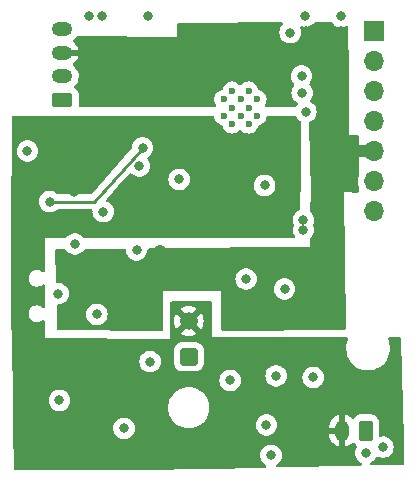
<source format=gbr>
%TF.GenerationSoftware,KiCad,Pcbnew,7.0.10-7.0.10~ubuntu22.04.1*%
%TF.CreationDate,2024-01-30T00:04:26+01:00*%
%TF.ProjectId,MailBox_LP_Notifier,4d61696c-426f-4785-9f4c-505f4e6f7469,rev?*%
%TF.SameCoordinates,Original*%
%TF.FileFunction,Copper,L3,Inr*%
%TF.FilePolarity,Positive*%
%FSLAX46Y46*%
G04 Gerber Fmt 4.6, Leading zero omitted, Abs format (unit mm)*
G04 Created by KiCad (PCBNEW 7.0.10-7.0.10~ubuntu22.04.1) date 2024-01-30 00:04:26*
%MOMM*%
%LPD*%
G01*
G04 APERTURE LIST*
G04 Aperture macros list*
%AMRoundRect*
0 Rectangle with rounded corners*
0 $1 Rounding radius*
0 $2 $3 $4 $5 $6 $7 $8 $9 X,Y pos of 4 corners*
0 Add a 4 corners polygon primitive as box body*
4,1,4,$2,$3,$4,$5,$6,$7,$8,$9,$2,$3,0*
0 Add four circle primitives for the rounded corners*
1,1,$1+$1,$2,$3*
1,1,$1+$1,$4,$5*
1,1,$1+$1,$6,$7*
1,1,$1+$1,$8,$9*
0 Add four rect primitives between the rounded corners*
20,1,$1+$1,$2,$3,$4,$5,0*
20,1,$1+$1,$4,$5,$6,$7,0*
20,1,$1+$1,$6,$7,$8,$9,0*
20,1,$1+$1,$8,$9,$2,$3,0*%
G04 Aperture macros list end*
%TA.AperFunction,HeatsinkPad*%
%ADD10C,0.600000*%
%TD*%
%TA.AperFunction,ComponentPad*%
%ADD11RoundRect,0.250001X0.499999X0.499999X-0.499999X0.499999X-0.499999X-0.499999X0.499999X-0.499999X0*%
%TD*%
%TA.AperFunction,ComponentPad*%
%ADD12C,1.500000*%
%TD*%
%TA.AperFunction,ComponentPad*%
%ADD13R,1.700000X1.700000*%
%TD*%
%TA.AperFunction,ComponentPad*%
%ADD14O,1.700000X1.700000*%
%TD*%
%TA.AperFunction,ComponentPad*%
%ADD15RoundRect,0.250000X0.625000X-0.350000X0.625000X0.350000X-0.625000X0.350000X-0.625000X-0.350000X0*%
%TD*%
%TA.AperFunction,ComponentPad*%
%ADD16O,1.750000X1.200000*%
%TD*%
%TA.AperFunction,ComponentPad*%
%ADD17RoundRect,0.250000X0.350000X0.625000X-0.350000X0.625000X-0.350000X-0.625000X0.350000X-0.625000X0*%
%TD*%
%TA.AperFunction,ComponentPad*%
%ADD18O,1.200000X1.750000*%
%TD*%
%TA.AperFunction,ViaPad*%
%ADD19C,0.800000*%
%TD*%
%TA.AperFunction,Conductor*%
%ADD20C,1.000000*%
%TD*%
%TA.AperFunction,Conductor*%
%ADD21C,0.250000*%
%TD*%
G04 APERTURE END LIST*
D10*
%TO.N,GND*%
%TO.C,U3*%
X137161000Y-71485400D03*
X136436000Y-72185400D03*
X136436000Y-69385400D03*
X137161000Y-70085400D03*
X137836000Y-69385400D03*
X135736000Y-70085400D03*
X137836000Y-70785400D03*
X138536000Y-71485400D03*
X137836000Y-72185400D03*
X135736000Y-71485400D03*
X136436000Y-70785400D03*
X138536000Y-70085400D03*
%TD*%
D11*
%TO.N,Net-(D1-Pad2)*%
%TO.C,SW1*%
X132765800Y-91871800D03*
D12*
%TO.N,VDD*%
X132765800Y-88871800D03*
%TD*%
D13*
%TO.N,DRT*%
%TO.C,J2*%
X148437200Y-64332800D03*
D14*
%TO.N,RTS*%
X148437200Y-66872800D03*
%TO.N,TX*%
X148437200Y-69412800D03*
%TO.N,RX*%
X148437200Y-71952800D03*
%TO.N,+3V3*%
X148437200Y-74492800D03*
%TO.N,unconnected-(J2-Pad6)*%
X148437200Y-77032800D03*
%TO.N,GND*%
X148437200Y-79572800D03*
%TD*%
D15*
%TO.N,SCL*%
%TO.C,J3*%
X122058600Y-70132200D03*
D16*
%TO.N,SDA*%
X122058600Y-68132200D03*
%TO.N,+3V3*%
X122058600Y-66132200D03*
%TO.N,GND*%
X122058600Y-64132200D03*
%TD*%
D17*
%TO.N,GND*%
%TO.C,J1*%
X147761200Y-98129000D03*
D18*
%TO.N,VDD*%
X145761200Y-98129000D03*
%TD*%
D19*
%TO.N,GND*%
X142468600Y-81153000D03*
X129336800Y-63068200D03*
X129489200Y-92303600D03*
X121818400Y-95580200D03*
X123126500Y-82334100D03*
X149199600Y-99542600D03*
X142468600Y-80314800D03*
X124333000Y-63060400D03*
X124981000Y-88302800D03*
X139340102Y-97667300D03*
X139725400Y-100228400D03*
X142646400Y-63042800D03*
X143306800Y-93624400D03*
X140880600Y-86144600D03*
X145643600Y-63068200D03*
X136271000Y-93878400D03*
X119100600Y-74472800D03*
X125433000Y-63060400D03*
X147751800Y-100025200D03*
X140156600Y-93498000D03*
%TO.N,VDD*%
X141325600Y-98221800D03*
X140081000Y-78917800D03*
X133908800Y-78917800D03*
X144373600Y-99542600D03*
X119075200Y-79502000D03*
X145770600Y-99999800D03*
X123012200Y-77901800D03*
X131089400Y-72288400D03*
%TO.N,+3V3*%
X124942600Y-84480400D03*
X122819600Y-88991000D03*
X142671800Y-64338200D03*
X145618200Y-64312800D03*
X130288800Y-82969600D03*
%TO.N,V_SENSE*%
X142671800Y-71120000D03*
%TO.N,~{INT}*%
X120993200Y-78752400D03*
X128854200Y-74193400D03*
%TO.N,MCU_HOLD*%
X128574800Y-75742800D03*
%TO.N,TX*%
X142319988Y-68119012D03*
%TO.N,RX*%
X142367000Y-69545200D03*
%TO.N,IO0*%
X125526800Y-79603600D03*
%TO.N,RST*%
X141351000Y-64439800D03*
X128346200Y-82829400D03*
%TO.N,VCC_SW*%
X121691400Y-86537800D03*
X139192000Y-77368400D03*
%TO.N,C_REED*%
X127279400Y-97942400D03*
%TO.N,WU_BUT*%
X131955079Y-76858487D03*
%TO.N,Net-(Q2-Pad1)*%
X137617878Y-85298033D03*
%TD*%
D20*
%TO.N,+3V3*%
X148437200Y-74492800D02*
X146557200Y-74492800D01*
X146557200Y-74492800D02*
X144600000Y-76450000D01*
X144600000Y-76450000D02*
X144600000Y-82550000D01*
X144600000Y-82550000D02*
X143650000Y-83500000D01*
X143650000Y-83500000D02*
X130819200Y-83500000D01*
X130819200Y-83500000D02*
X130288800Y-82969600D01*
D21*
%TO.N,~{INT}*%
X124777800Y-78752400D02*
X120993200Y-78752400D01*
X128854200Y-74193400D02*
X124777800Y-78752400D01*
%TD*%
%TA.AperFunction,Conductor*%
%TO.N,+3V3*%
G36*
X144871788Y-63574868D02*
G01*
X144899417Y-63600888D01*
X144900141Y-63600237D01*
X145032344Y-63747064D01*
X145071300Y-63775367D01*
X145186848Y-63859318D01*
X145361312Y-63936994D01*
X145548113Y-63976700D01*
X145739087Y-63976700D01*
X145925888Y-63936994D01*
X145925888Y-63936993D01*
X145925892Y-63936993D01*
X146017528Y-63896193D01*
X146100352Y-63859318D01*
X146100354Y-63859316D01*
X146103816Y-63857775D01*
X146174182Y-63848340D01*
X146238480Y-63878446D01*
X146276293Y-63938535D01*
X146281063Y-63972144D01*
X146303999Y-67894074D01*
X146303999Y-67894200D01*
X146304000Y-67894200D01*
X146329400Y-73126600D01*
X147020104Y-73105220D01*
X147088809Y-73123105D01*
X147136939Y-73175297D01*
X147150000Y-73231160D01*
X147150000Y-74028237D01*
X147146144Y-74059168D01*
X147100655Y-74238799D01*
X147100656Y-74238800D01*
X147150000Y-74238800D01*
X147150000Y-74746800D01*
X147100656Y-74746800D01*
X147146145Y-74926434D01*
X147150000Y-74957365D01*
X147150000Y-76566202D01*
X147146144Y-76597133D01*
X147092637Y-76808424D01*
X147092636Y-76808430D01*
X147092636Y-76808432D01*
X147074044Y-77032800D01*
X147090388Y-77230043D01*
X147092637Y-77257175D01*
X147146144Y-77468468D01*
X147150000Y-77499399D01*
X147150000Y-77871960D01*
X147129998Y-77940081D01*
X147076342Y-77986574D01*
X147018678Y-77997848D01*
X146256619Y-77965630D01*
X145948400Y-77952600D01*
X145948399Y-77952600D01*
X146048900Y-89459922D01*
X146029494Y-89528214D01*
X145976246Y-89575174D01*
X145924122Y-89587016D01*
X135660656Y-89686180D01*
X135592346Y-89666837D01*
X135545336Y-89613633D01*
X135533443Y-89561140D01*
X135533097Y-89515486D01*
X135509000Y-86334600D01*
X130606800Y-86334600D01*
X130606800Y-89560684D01*
X130586798Y-89628805D01*
X130533142Y-89675298D01*
X130480086Y-89686682D01*
X121761778Y-89637286D01*
X121693772Y-89616898D01*
X121647584Y-89562980D01*
X121636563Y-89515490D01*
X121596139Y-88302800D01*
X124067496Y-88302800D01*
X124087457Y-88492727D01*
X124117526Y-88585270D01*
X124146473Y-88674356D01*
X124146476Y-88674361D01*
X124241958Y-88839741D01*
X124241965Y-88839751D01*
X124369744Y-88981664D01*
X124369747Y-88981666D01*
X124524248Y-89093918D01*
X124698712Y-89171594D01*
X124885513Y-89211300D01*
X125076487Y-89211300D01*
X125263288Y-89171594D01*
X125437752Y-89093918D01*
X125592253Y-88981666D01*
X125720040Y-88839744D01*
X125815527Y-88674356D01*
X125874542Y-88492728D01*
X125894504Y-88302800D01*
X125874542Y-88112872D01*
X125815527Y-87931244D01*
X125720040Y-87765856D01*
X125720038Y-87765854D01*
X125720034Y-87765848D01*
X125592255Y-87623935D01*
X125437752Y-87511682D01*
X125263288Y-87434006D01*
X125076487Y-87394300D01*
X124885513Y-87394300D01*
X124698711Y-87434006D01*
X124524247Y-87511682D01*
X124369744Y-87623935D01*
X124241965Y-87765848D01*
X124241958Y-87765858D01*
X124146476Y-87931238D01*
X124146473Y-87931245D01*
X124087457Y-88112872D01*
X124067496Y-88302800D01*
X121596139Y-88302800D01*
X121571929Y-87576494D01*
X121589650Y-87507748D01*
X121641727Y-87459494D01*
X121697859Y-87446300D01*
X121786887Y-87446300D01*
X121973688Y-87406594D01*
X122148152Y-87328918D01*
X122302653Y-87216666D01*
X122430440Y-87074744D01*
X122525927Y-86909356D01*
X122584942Y-86727728D01*
X122604904Y-86537800D01*
X122584942Y-86347872D01*
X122525927Y-86166244D01*
X122430440Y-86000856D01*
X122430438Y-86000854D01*
X122430434Y-86000848D01*
X122302655Y-85858935D01*
X122148152Y-85746682D01*
X121973688Y-85669006D01*
X121786887Y-85629300D01*
X121628893Y-85629300D01*
X121560772Y-85609298D01*
X121514279Y-85555642D01*
X121502963Y-85507498D01*
X121495981Y-85298033D01*
X136704374Y-85298033D01*
X136724335Y-85487960D01*
X136746327Y-85555642D01*
X136783351Y-85669589D01*
X136783354Y-85669594D01*
X136878836Y-85834974D01*
X136878843Y-85834984D01*
X137006622Y-85976897D01*
X137067877Y-86021401D01*
X137161126Y-86089151D01*
X137335590Y-86166827D01*
X137522391Y-86206533D01*
X137713365Y-86206533D01*
X137900166Y-86166827D01*
X137950089Y-86144600D01*
X139967096Y-86144600D01*
X139987057Y-86334527D01*
X140017126Y-86427070D01*
X140046073Y-86516156D01*
X140046076Y-86516161D01*
X140141558Y-86681541D01*
X140141565Y-86681551D01*
X140269344Y-86823464D01*
X140269347Y-86823466D01*
X140423848Y-86935718D01*
X140598312Y-87013394D01*
X140785113Y-87053100D01*
X140976087Y-87053100D01*
X141162888Y-87013394D01*
X141337352Y-86935718D01*
X141491853Y-86823466D01*
X141619640Y-86681544D01*
X141715127Y-86516156D01*
X141774142Y-86334528D01*
X141794104Y-86144600D01*
X141774142Y-85954672D01*
X141715127Y-85773044D01*
X141619640Y-85607656D01*
X141619638Y-85607654D01*
X141619634Y-85607648D01*
X141491855Y-85465735D01*
X141337352Y-85353482D01*
X141162888Y-85275806D01*
X140976087Y-85236100D01*
X140785113Y-85236100D01*
X140598311Y-85275806D01*
X140423847Y-85353482D01*
X140269344Y-85465735D01*
X140141565Y-85607648D01*
X140141558Y-85607658D01*
X140046076Y-85773038D01*
X140046073Y-85773045D01*
X139987057Y-85954672D01*
X139967096Y-86144600D01*
X137950089Y-86144600D01*
X138074630Y-86089151D01*
X138229131Y-85976899D01*
X138249144Y-85954672D01*
X138356912Y-85834984D01*
X138356913Y-85834982D01*
X138356918Y-85834977D01*
X138452405Y-85669589D01*
X138511420Y-85487961D01*
X138531382Y-85298033D01*
X138511420Y-85108105D01*
X138452405Y-84926477D01*
X138356918Y-84761089D01*
X138356916Y-84761087D01*
X138356912Y-84761081D01*
X138229133Y-84619168D01*
X138074630Y-84506915D01*
X137900166Y-84429239D01*
X137713365Y-84389533D01*
X137522391Y-84389533D01*
X137335589Y-84429239D01*
X137161125Y-84506915D01*
X137006622Y-84619168D01*
X136878843Y-84761081D01*
X136878836Y-84761091D01*
X136783354Y-84926471D01*
X136783351Y-84926478D01*
X136724335Y-85108105D01*
X136704374Y-85298033D01*
X121495981Y-85298033D01*
X121495240Y-85275806D01*
X121416280Y-82907011D01*
X121434001Y-82838263D01*
X121486078Y-82790009D01*
X121540467Y-82776828D01*
X122252900Y-82767001D01*
X122321289Y-82786062D01*
X122363755Y-82829987D01*
X122387458Y-82871041D01*
X122387465Y-82871051D01*
X122515244Y-83012964D01*
X122576499Y-83057468D01*
X122669748Y-83125218D01*
X122844212Y-83202894D01*
X123031013Y-83242600D01*
X123221987Y-83242600D01*
X123408788Y-83202894D01*
X123583252Y-83125218D01*
X123737753Y-83012966D01*
X123737755Y-83012964D01*
X123865536Y-82871049D01*
X123865537Y-82871047D01*
X123865540Y-82871044D01*
X123903242Y-82805741D01*
X123954621Y-82756752D01*
X124010616Y-82742757D01*
X125094361Y-82727808D01*
X125095622Y-82727799D01*
X127308081Y-82724790D01*
X127376227Y-82744700D01*
X127422792Y-82798292D01*
X127433560Y-82837620D01*
X127452657Y-83019327D01*
X127482726Y-83111870D01*
X127511673Y-83200956D01*
X127511676Y-83200961D01*
X127607158Y-83366341D01*
X127607165Y-83366351D01*
X127734944Y-83508264D01*
X127734947Y-83508266D01*
X127889448Y-83620518D01*
X128063912Y-83698194D01*
X128250713Y-83737900D01*
X128441687Y-83737900D01*
X128628488Y-83698194D01*
X128802952Y-83620518D01*
X128957453Y-83508266D01*
X129085240Y-83366344D01*
X129180727Y-83200956D01*
X129239742Y-83019328D01*
X129259704Y-82829400D01*
X129259703Y-82829396D01*
X129260209Y-82824589D01*
X129287222Y-82758932D01*
X129345443Y-82718302D01*
X129384450Y-82711764D01*
X143003895Y-82596929D01*
X143018440Y-81937922D01*
X143039939Y-81870264D01*
X143070345Y-81838773D01*
X143079853Y-81831866D01*
X143079858Y-81831860D01*
X143079860Y-81831859D01*
X143207634Y-81689951D01*
X143207635Y-81689949D01*
X143207640Y-81689944D01*
X143303127Y-81524556D01*
X143362142Y-81342928D01*
X143382104Y-81153000D01*
X143362142Y-80963072D01*
X143303127Y-80781444D01*
X143303125Y-80781442D01*
X143301086Y-80775164D01*
X143303338Y-80774432D01*
X143295342Y-80714780D01*
X143301777Y-80692860D01*
X143301086Y-80692636D01*
X143339080Y-80575706D01*
X143362142Y-80504728D01*
X143382104Y-80314800D01*
X143362142Y-80124872D01*
X143303127Y-79943244D01*
X143207640Y-79777856D01*
X143102937Y-79661571D01*
X143072220Y-79597563D01*
X143070605Y-79574481D01*
X143103600Y-78079600D01*
X142958084Y-72071903D01*
X142976431Y-72003322D01*
X143028945Y-71955543D01*
X143032760Y-71953766D01*
X143128552Y-71911118D01*
X143283053Y-71798866D01*
X143346472Y-71728432D01*
X143410834Y-71656951D01*
X143410835Y-71656949D01*
X143410840Y-71656944D01*
X143506327Y-71491556D01*
X143565342Y-71309928D01*
X143585304Y-71120000D01*
X143565342Y-70930072D01*
X143506327Y-70748444D01*
X143410840Y-70583056D01*
X143410837Y-70583053D01*
X143410834Y-70583048D01*
X143283055Y-70441135D01*
X143212014Y-70389521D01*
X143128552Y-70328882D01*
X143128550Y-70328881D01*
X143128549Y-70328880D01*
X143112323Y-70321656D01*
X143058228Y-70275676D01*
X143037579Y-70207749D01*
X143056932Y-70139441D01*
X143069931Y-70122246D01*
X143106040Y-70082144D01*
X143201527Y-69916756D01*
X143260542Y-69735128D01*
X143280504Y-69545200D01*
X143260542Y-69355272D01*
X143201527Y-69173644D01*
X143106040Y-69008256D01*
X143106038Y-69008254D01*
X143106034Y-69008248D01*
X142999841Y-68890309D01*
X142969123Y-68826302D01*
X142977888Y-68755848D01*
X142999837Y-68721693D01*
X143059028Y-68655956D01*
X143154515Y-68490568D01*
X143213530Y-68308940D01*
X143233492Y-68119012D01*
X143213530Y-67929084D01*
X143154515Y-67747456D01*
X143059028Y-67582068D01*
X143059026Y-67582066D01*
X143059022Y-67582060D01*
X142931243Y-67440147D01*
X142776740Y-67327894D01*
X142602276Y-67250218D01*
X142415475Y-67210512D01*
X142224501Y-67210512D01*
X142037699Y-67250218D01*
X141863235Y-67327894D01*
X141708732Y-67440147D01*
X141580953Y-67582060D01*
X141580946Y-67582070D01*
X141485464Y-67747450D01*
X141485461Y-67747456D01*
X141470987Y-67791998D01*
X141426445Y-67929084D01*
X141406484Y-68119012D01*
X141426445Y-68308939D01*
X141454320Y-68394727D01*
X141485461Y-68490568D01*
X141513829Y-68539703D01*
X141580946Y-68655953D01*
X141580953Y-68655963D01*
X141687146Y-68773902D01*
X141717864Y-68837909D01*
X141709099Y-68908363D01*
X141687147Y-68942522D01*
X141627961Y-69008254D01*
X141627958Y-69008258D01*
X141545451Y-69151165D01*
X141532473Y-69173644D01*
X141518163Y-69217685D01*
X141473457Y-69355272D01*
X141453496Y-69545200D01*
X141473457Y-69735127D01*
X141503526Y-69827670D01*
X141532473Y-69916756D01*
X141532476Y-69916761D01*
X141627958Y-70082141D01*
X141627965Y-70082151D01*
X141755744Y-70224064D01*
X141755747Y-70224066D01*
X141910248Y-70336318D01*
X141910251Y-70336319D01*
X141910252Y-70336320D01*
X141926473Y-70343542D01*
X141980570Y-70389521D01*
X142001220Y-70457448D01*
X141981869Y-70525756D01*
X141968863Y-70542959D01*
X141932762Y-70583053D01*
X141932758Y-70583058D01*
X141884585Y-70666494D01*
X141833201Y-70715486D01*
X141773741Y-70729480D01*
X140614405Y-70713600D01*
X140614401Y-70713600D01*
X140614400Y-70713600D01*
X140296472Y-70714819D01*
X139321478Y-70718560D01*
X139253281Y-70698819D01*
X139206583Y-70645343D01*
X139196210Y-70575108D01*
X139214307Y-70525526D01*
X139269043Y-70438415D01*
X139329217Y-70266447D01*
X139349616Y-70085400D01*
X139329217Y-69904353D01*
X139269043Y-69732385D01*
X139269041Y-69732382D01*
X139269041Y-69732381D01*
X139172112Y-69578120D01*
X139172111Y-69578118D01*
X139043281Y-69449288D01*
X139043279Y-69449287D01*
X138889018Y-69352358D01*
X138889015Y-69352357D01*
X138717047Y-69292183D01*
X138717046Y-69292182D01*
X138710368Y-69289846D01*
X138711325Y-69287109D01*
X138660741Y-69258798D01*
X138634181Y-69210113D01*
X138631555Y-69211033D01*
X138580596Y-69065403D01*
X138569043Y-69032385D01*
X138569041Y-69032382D01*
X138569041Y-69032381D01*
X138472112Y-68878120D01*
X138472111Y-68878118D01*
X138343281Y-68749288D01*
X138343279Y-68749287D01*
X138189018Y-68652358D01*
X138189015Y-68652357D01*
X138017050Y-68592184D01*
X138017049Y-68592183D01*
X138017047Y-68592183D01*
X137836000Y-68571784D01*
X137654953Y-68592183D01*
X137654950Y-68592183D01*
X137654949Y-68592184D01*
X137482984Y-68652357D01*
X137482981Y-68652358D01*
X137328720Y-68749287D01*
X137328718Y-68749288D01*
X137225095Y-68852912D01*
X137162783Y-68886938D01*
X137091968Y-68881873D01*
X137046905Y-68852912D01*
X136943281Y-68749288D01*
X136943279Y-68749287D01*
X136789018Y-68652358D01*
X136789015Y-68652357D01*
X136617050Y-68592184D01*
X136617049Y-68592183D01*
X136617047Y-68592183D01*
X136436000Y-68571784D01*
X136254953Y-68592183D01*
X136254950Y-68592183D01*
X136254949Y-68592184D01*
X136082984Y-68652357D01*
X136082981Y-68652358D01*
X135928720Y-68749287D01*
X135928718Y-68749288D01*
X135799888Y-68878118D01*
X135799887Y-68878120D01*
X135702958Y-69032381D01*
X135702957Y-69032384D01*
X135640446Y-69211032D01*
X135637709Y-69210074D01*
X135609398Y-69260659D01*
X135560719Y-69287239D01*
X135561632Y-69289846D01*
X135382984Y-69352357D01*
X135382981Y-69352358D01*
X135228720Y-69449287D01*
X135228718Y-69449288D01*
X135099888Y-69578118D01*
X135099887Y-69578120D01*
X135002958Y-69732381D01*
X135002957Y-69732384D01*
X134959907Y-69855416D01*
X134942783Y-69904353D01*
X134922384Y-70085400D01*
X134942783Y-70266447D01*
X134942783Y-70266449D01*
X134942784Y-70266450D01*
X135002957Y-70438415D01*
X135002958Y-70438417D01*
X135068199Y-70542248D01*
X135087505Y-70610569D01*
X135066810Y-70678482D01*
X135012683Y-70724426D01*
X134961995Y-70735283D01*
X123556948Y-70779036D01*
X123488751Y-70759295D01*
X123442053Y-70705819D01*
X123431118Y-70640229D01*
X123431485Y-70636629D01*
X123431487Y-70636626D01*
X123442100Y-70532745D01*
X123442099Y-69731656D01*
X123431487Y-69627774D01*
X123375715Y-69459462D01*
X123282630Y-69308548D01*
X123282629Y-69308547D01*
X123282624Y-69308541D01*
X123157258Y-69183175D01*
X123157249Y-69183168D01*
X123138375Y-69171527D01*
X123105249Y-69151094D01*
X123057771Y-69098310D01*
X123046368Y-69028235D01*
X123074660Y-68963119D01*
X123093511Y-68944809D01*
X123102035Y-68938106D01*
X123220106Y-68801844D01*
X123240665Y-68778118D01*
X123346513Y-68594782D01*
X123415753Y-68394727D01*
X123445881Y-68185184D01*
X123437726Y-68013989D01*
X123435809Y-67973736D01*
X123435808Y-67973731D01*
X123435808Y-67973726D01*
X123385898Y-67767996D01*
X123297956Y-67575429D01*
X123297953Y-67575425D01*
X123297951Y-67575421D01*
X123175164Y-67402991D01*
X123175155Y-67402981D01*
X123143732Y-67373019D01*
X123021946Y-67256897D01*
X123021943Y-67256895D01*
X123021940Y-67256892D01*
X122991350Y-67237233D01*
X122944857Y-67183577D01*
X122934754Y-67113303D01*
X122964247Y-67048723D01*
X122981584Y-67032193D01*
X123101681Y-66937748D01*
X123101691Y-66937739D01*
X123240256Y-66777825D01*
X123240257Y-66777824D01*
X123346054Y-66594577D01*
X123346058Y-66594568D01*
X123415262Y-66394615D01*
X123415264Y-66394609D01*
X123416473Y-66386200D01*
X122334478Y-66386200D01*
X122376878Y-66340141D01*
X122427151Y-66225530D01*
X122437486Y-66100805D01*
X122406763Y-65979481D01*
X122340592Y-65878200D01*
X123412119Y-65878200D01*
X123412119Y-65878199D01*
X123385424Y-65768161D01*
X123385422Y-65768154D01*
X123297522Y-65575684D01*
X123297520Y-65575680D01*
X123174778Y-65403312D01*
X123174777Y-65403311D01*
X123021635Y-65257290D01*
X123021634Y-65257289D01*
X122991381Y-65237847D01*
X122944888Y-65184192D01*
X122934783Y-65113918D01*
X122964276Y-65049337D01*
X122981610Y-65032808D01*
X123102032Y-64938108D01*
X123240665Y-64778118D01*
X123240672Y-64778105D01*
X123244149Y-64773225D01*
X123245730Y-64774351D01*
X123290669Y-64731486D01*
X123349485Y-64717474D01*
X131747193Y-64788451D01*
X131793091Y-64788839D01*
X131793091Y-64788838D01*
X131793092Y-64788839D01*
X131799811Y-63726317D01*
X131820243Y-63658325D01*
X131874191Y-63612173D01*
X131925317Y-63601116D01*
X135517628Y-63587192D01*
X138353662Y-63576201D01*
X139136326Y-63571453D01*
X139136326Y-63571465D01*
X139136698Y-63571451D01*
X140630883Y-63567131D01*
X140699061Y-63586936D01*
X140745709Y-63640457D01*
X140756016Y-63710701D01*
X140726710Y-63775367D01*
X140724884Y-63777440D01*
X140611961Y-63902854D01*
X140611958Y-63902858D01*
X140516476Y-64068238D01*
X140516473Y-64068245D01*
X140457457Y-64249872D01*
X140437496Y-64439800D01*
X140457457Y-64629727D01*
X140476707Y-64688971D01*
X140516473Y-64811356D01*
X140516476Y-64811361D01*
X140611958Y-64976741D01*
X140611965Y-64976751D01*
X140739744Y-65118664D01*
X140800999Y-65163168D01*
X140894248Y-65230918D01*
X141068712Y-65308594D01*
X141255513Y-65348300D01*
X141446487Y-65348300D01*
X141633288Y-65308594D01*
X141807752Y-65230918D01*
X141962253Y-65118666D01*
X142090040Y-64976744D01*
X142185527Y-64811356D01*
X142244542Y-64629728D01*
X142264504Y-64439800D01*
X142244542Y-64249872D01*
X142185527Y-64068244D01*
X142185525Y-64068242D01*
X142183486Y-64061964D01*
X142186227Y-64061073D01*
X142178451Y-64003238D01*
X142208533Y-63938930D01*
X142268607Y-63901093D01*
X142339601Y-63901742D01*
X142354249Y-63907203D01*
X142364109Y-63911593D01*
X142364110Y-63911593D01*
X142364112Y-63911594D01*
X142550913Y-63951300D01*
X142741887Y-63951300D01*
X142928688Y-63911594D01*
X143103152Y-63833918D01*
X143257653Y-63721666D01*
X143366627Y-63600637D01*
X143427071Y-63563399D01*
X143459892Y-63558950D01*
X144803613Y-63555065D01*
X144871788Y-63574868D01*
G37*
%TD.AperFunction*%
%TD*%
%TA.AperFunction,Conductor*%
%TO.N,VDD*%
G36*
X134812009Y-71503319D02*
G01*
X134880093Y-71523429D01*
X134926499Y-71577160D01*
X134937009Y-71615208D01*
X134942783Y-71666447D01*
X134942783Y-71666449D01*
X134942784Y-71666450D01*
X135002957Y-71838415D01*
X135002958Y-71838418D01*
X135099887Y-71992679D01*
X135099888Y-71992681D01*
X135228718Y-72121511D01*
X135228720Y-72121512D01*
X135382981Y-72218441D01*
X135382982Y-72218441D01*
X135382985Y-72218443D01*
X135474241Y-72250374D01*
X135561633Y-72280955D01*
X135560669Y-72283707D01*
X135611191Y-72311932D01*
X135637834Y-72360681D01*
X135640446Y-72359768D01*
X135702957Y-72538415D01*
X135702958Y-72538418D01*
X135799887Y-72692679D01*
X135799888Y-72692681D01*
X135928718Y-72821511D01*
X135928720Y-72821512D01*
X136082981Y-72918441D01*
X136082982Y-72918441D01*
X136082985Y-72918443D01*
X136254953Y-72978617D01*
X136436000Y-72999016D01*
X136617047Y-72978617D01*
X136789015Y-72918443D01*
X136943281Y-72821511D01*
X136974724Y-72790068D01*
X137046905Y-72717888D01*
X137109217Y-72683862D01*
X137180032Y-72688927D01*
X137225095Y-72717888D01*
X137328718Y-72821511D01*
X137328720Y-72821512D01*
X137482981Y-72918441D01*
X137482982Y-72918441D01*
X137482985Y-72918443D01*
X137654953Y-72978617D01*
X137836000Y-72999016D01*
X138017047Y-72978617D01*
X138189015Y-72918443D01*
X138343281Y-72821511D01*
X138472111Y-72692681D01*
X138569043Y-72538415D01*
X138607990Y-72427108D01*
X138631555Y-72359767D01*
X138634307Y-72360730D01*
X138662532Y-72310209D01*
X138711287Y-72283586D01*
X138710367Y-72280955D01*
X138777708Y-72257390D01*
X138889015Y-72218443D01*
X139043281Y-72121511D01*
X139172111Y-71992681D01*
X139269043Y-71838415D01*
X139329217Y-71666447D01*
X139334150Y-71622664D01*
X139361653Y-71557211D01*
X139420176Y-71517018D01*
X139459550Y-71510772D01*
X141777973Y-71514490D01*
X141846058Y-71534600D01*
X141886885Y-71577487D01*
X141932760Y-71656944D01*
X141932762Y-71656947D01*
X141932765Y-71656951D01*
X142060544Y-71798864D01*
X142060547Y-71798866D01*
X142215048Y-71911118D01*
X142215428Y-71911287D01*
X142215612Y-71911444D01*
X142220769Y-71914421D01*
X142220224Y-71915363D01*
X142269525Y-71957263D01*
X142290179Y-72025189D01*
X142290181Y-72027354D01*
X142245833Y-77859190D01*
X142225314Y-77927157D01*
X142214328Y-77936530D01*
X142223546Y-79346777D01*
X142203990Y-79415028D01*
X142150639Y-79461870D01*
X142148798Y-79462708D01*
X142011847Y-79523682D01*
X141857344Y-79635935D01*
X141729565Y-79777848D01*
X141729558Y-79777858D01*
X141634076Y-79943238D01*
X141634073Y-79943244D01*
X141619599Y-79987786D01*
X141575057Y-80124872D01*
X141555096Y-80314800D01*
X141575057Y-80504728D01*
X141636113Y-80692636D01*
X141633863Y-80693366D01*
X141641854Y-80753040D01*
X141635423Y-80774939D01*
X141636113Y-80775164D01*
X141575057Y-80963071D01*
X141555096Y-81153000D01*
X141575057Y-81342927D01*
X141601920Y-81425600D01*
X141634073Y-81524556D01*
X141634076Y-81524561D01*
X141720195Y-81673724D01*
X141736933Y-81742719D01*
X141713713Y-81809811D01*
X141657905Y-81853698D01*
X141610781Y-81862724D01*
X123943082Y-81821299D01*
X123875008Y-81801137D01*
X123849742Y-81779611D01*
X123737753Y-81655234D01*
X123583252Y-81542982D01*
X123408788Y-81465306D01*
X123221987Y-81425600D01*
X123031013Y-81425600D01*
X122844211Y-81465306D01*
X122669747Y-81542982D01*
X122515246Y-81655234D01*
X122406700Y-81775787D01*
X122346254Y-81813026D01*
X122312769Y-81817476D01*
X120573800Y-81813400D01*
X120573800Y-84610705D01*
X120553798Y-84678826D01*
X120500142Y-84725319D01*
X120429868Y-84735423D01*
X120376224Y-84714401D01*
X120233929Y-84616181D01*
X120233925Y-84616179D01*
X120074870Y-84555859D01*
X119948378Y-84540500D01*
X119948372Y-84540500D01*
X119863628Y-84540500D01*
X119863621Y-84540500D01*
X119737129Y-84555859D01*
X119578074Y-84616179D01*
X119578070Y-84616181D01*
X119438071Y-84712816D01*
X119438069Y-84712818D01*
X119325270Y-84840142D01*
X119325265Y-84840148D01*
X119246210Y-84990774D01*
X119246208Y-84990778D01*
X119205500Y-85155940D01*
X119205500Y-85326059D01*
X119246208Y-85491221D01*
X119246210Y-85491225D01*
X119325265Y-85641851D01*
X119325270Y-85641857D01*
X119438069Y-85769181D01*
X119438071Y-85769183D01*
X119578070Y-85865818D01*
X119578074Y-85865820D01*
X119667172Y-85899609D01*
X119737128Y-85926140D01*
X119863628Y-85941500D01*
X119863632Y-85941500D01*
X119948368Y-85941500D01*
X119948372Y-85941500D01*
X120074872Y-85926140D01*
X120233930Y-85865818D01*
X120373929Y-85769183D01*
X120373932Y-85769179D01*
X120376223Y-85767598D01*
X120443648Y-85745362D01*
X120512391Y-85763109D01*
X120560627Y-85815203D01*
X120573800Y-85871294D01*
X120573800Y-87610705D01*
X120553798Y-87678826D01*
X120500142Y-87725319D01*
X120429868Y-87735423D01*
X120376224Y-87714401D01*
X120233929Y-87616181D01*
X120233925Y-87616179D01*
X120074870Y-87555859D01*
X119948378Y-87540500D01*
X119948372Y-87540500D01*
X119863628Y-87540500D01*
X119863621Y-87540500D01*
X119737129Y-87555859D01*
X119578074Y-87616179D01*
X119578070Y-87616181D01*
X119438071Y-87712816D01*
X119438069Y-87712818D01*
X119325270Y-87840142D01*
X119325265Y-87840148D01*
X119246210Y-87990774D01*
X119246208Y-87990778D01*
X119205500Y-88155940D01*
X119205500Y-88326059D01*
X119246208Y-88491221D01*
X119246210Y-88491225D01*
X119325265Y-88641851D01*
X119325270Y-88641857D01*
X119438069Y-88769181D01*
X119438071Y-88769183D01*
X119578070Y-88865818D01*
X119578074Y-88865820D01*
X119667172Y-88899609D01*
X119737128Y-88926140D01*
X119863628Y-88941500D01*
X119863632Y-88941500D01*
X119948368Y-88941500D01*
X119948372Y-88941500D01*
X120074872Y-88926140D01*
X120233930Y-88865818D01*
X120373929Y-88769183D01*
X120373932Y-88769179D01*
X120376223Y-88767598D01*
X120443648Y-88745362D01*
X120512391Y-88763109D01*
X120560627Y-88815203D01*
X120573800Y-88871294D01*
X120573800Y-90297000D01*
X131115759Y-90397639D01*
X131216399Y-90398600D01*
X131216398Y-90398599D01*
X131216400Y-90398600D01*
X131204282Y-88871800D01*
X131502995Y-88871800D01*
X131522180Y-89091087D01*
X131579150Y-89303703D01*
X131579152Y-89303707D01*
X131672179Y-89503203D01*
X131714600Y-89563787D01*
X132273382Y-89005006D01*
X132297118Y-89085840D01*
X132376405Y-89209213D01*
X132487238Y-89305251D01*
X132620639Y-89366173D01*
X132629379Y-89367429D01*
X132073811Y-89922997D01*
X132073811Y-89922998D01*
X132134397Y-89965421D01*
X132333892Y-90058447D01*
X132333896Y-90058449D01*
X132546512Y-90115419D01*
X132765800Y-90134604D01*
X132985087Y-90115419D01*
X133197703Y-90058449D01*
X133197707Y-90058447D01*
X133397199Y-89965422D01*
X133457787Y-89922997D01*
X133457787Y-89922996D01*
X132902220Y-89367429D01*
X132910961Y-89366173D01*
X133044362Y-89305251D01*
X133155195Y-89209213D01*
X133234482Y-89085840D01*
X133258216Y-89005007D01*
X133816996Y-89563787D01*
X133816997Y-89563787D01*
X133859422Y-89503199D01*
X133952447Y-89303707D01*
X133952449Y-89303703D01*
X134009419Y-89091087D01*
X134028604Y-88871800D01*
X134009419Y-88652512D01*
X133952449Y-88439896D01*
X133952447Y-88439892D01*
X133859419Y-88240394D01*
X133816999Y-88179811D01*
X133816997Y-88179811D01*
X133258216Y-88738591D01*
X133234482Y-88657760D01*
X133155195Y-88534387D01*
X133044362Y-88438349D01*
X132910961Y-88377427D01*
X132902219Y-88376170D01*
X133457787Y-87820600D01*
X133397203Y-87778179D01*
X133197707Y-87685152D01*
X133197703Y-87685150D01*
X132985087Y-87628180D01*
X132765800Y-87608995D01*
X132546512Y-87628180D01*
X132333896Y-87685150D01*
X132333892Y-87685152D01*
X132134398Y-87778178D01*
X132073810Y-87820601D01*
X132629379Y-88376170D01*
X132620639Y-88377427D01*
X132487238Y-88438349D01*
X132376405Y-88534387D01*
X132297118Y-88657760D01*
X132273383Y-88738592D01*
X131714601Y-88179810D01*
X131672178Y-88240398D01*
X131579152Y-88439892D01*
X131579150Y-88439896D01*
X131522180Y-88652512D01*
X131502995Y-88871800D01*
X131204282Y-88871800D01*
X131191993Y-87323395D01*
X131211454Y-87255121D01*
X131264739Y-87208203D01*
X131316186Y-87196411D01*
X134619202Y-87149225D01*
X134687600Y-87168252D01*
X134734854Y-87221238D01*
X134747000Y-87275212D01*
X134747000Y-90220800D01*
X146154929Y-90238907D01*
X146223012Y-90259016D01*
X146269420Y-90312746D01*
X146279412Y-90383036D01*
X146266782Y-90422516D01*
X146247341Y-90460330D01*
X146159883Y-90716689D01*
X146159880Y-90716702D01*
X146110681Y-90983058D01*
X146110680Y-90983069D01*
X146100788Y-91253765D01*
X146130412Y-91523014D01*
X146198928Y-91785090D01*
X146304869Y-92034389D01*
X146304870Y-92034390D01*
X146445982Y-92265610D01*
X146619255Y-92473820D01*
X146619257Y-92473822D01*
X146619259Y-92473824D01*
X146724236Y-92567883D01*
X146820998Y-92654582D01*
X147046910Y-92804044D01*
X147292176Y-92919020D01*
X147551569Y-92997060D01*
X147551572Y-92997060D01*
X147551574Y-92997061D01*
X147819557Y-93036500D01*
X147819561Y-93036500D01*
X148022631Y-93036500D01*
X148225156Y-93021677D01*
X148225160Y-93021676D01*
X148225161Y-93021676D01*
X148335665Y-92997060D01*
X148489553Y-92962780D01*
X148742558Y-92866014D01*
X148978777Y-92733441D01*
X149193177Y-92567888D01*
X149381186Y-92372881D01*
X149538799Y-92152579D01*
X149558803Y-92113672D01*
X149662656Y-91911675D01*
X149662657Y-91911672D01*
X149750116Y-91655310D01*
X149750118Y-91655305D01*
X149799319Y-91388933D01*
X149809212Y-91118235D01*
X149784996Y-90898148D01*
X149779587Y-90848985D01*
X149759662Y-90772770D01*
X149711072Y-90586912D01*
X149711070Y-90586908D01*
X149711069Y-90586903D01*
X149640101Y-90419902D01*
X149631867Y-90349385D01*
X149663065Y-90285610D01*
X149723789Y-90248827D01*
X149756254Y-90244624D01*
X150626422Y-90246005D01*
X150694510Y-90266115D01*
X150740918Y-90319845D01*
X150752179Y-90368737D01*
X150975686Y-98983991D01*
X150975728Y-98987190D01*
X150976779Y-100893386D01*
X150956814Y-100961517D01*
X150903184Y-101008040D01*
X150853391Y-101019428D01*
X148225284Y-101073928D01*
X148156764Y-101055343D01*
X148109168Y-101002662D01*
X148097610Y-100932613D01*
X148125757Y-100867435D01*
X148171422Y-100832848D01*
X148208552Y-100816318D01*
X148363053Y-100704066D01*
X148363055Y-100704064D01*
X148490834Y-100562151D01*
X148490835Y-100562149D01*
X148490840Y-100562144D01*
X148586327Y-100396756D01*
X148586328Y-100396754D01*
X148589629Y-100391037D01*
X148591855Y-100392322D01*
X148630364Y-100347006D01*
X148698289Y-100326349D01*
X148750748Y-100337235D01*
X148917312Y-100411394D01*
X149104113Y-100451100D01*
X149295087Y-100451100D01*
X149481888Y-100411394D01*
X149656352Y-100333718D01*
X149810853Y-100221466D01*
X149938640Y-100079544D01*
X150034127Y-99914156D01*
X150093142Y-99732528D01*
X150113104Y-99542600D01*
X150093142Y-99352672D01*
X150034127Y-99171044D01*
X149938640Y-99005656D01*
X149938638Y-99005654D01*
X149938634Y-99005648D01*
X149810855Y-98863735D01*
X149656352Y-98751482D01*
X149481888Y-98673806D01*
X149295087Y-98634100D01*
X149104113Y-98634100D01*
X149104111Y-98634100D01*
X149021895Y-98651575D01*
X148951104Y-98646172D01*
X148894472Y-98603355D01*
X148869979Y-98536718D01*
X148869699Y-98528328D01*
X148869699Y-97453455D01*
X148859087Y-97349574D01*
X148841248Y-97295738D01*
X148803315Y-97181262D01*
X148710230Y-97030348D01*
X148710228Y-97030346D01*
X148710224Y-97030341D01*
X148584858Y-96904975D01*
X148584852Y-96904970D01*
X148482024Y-96841545D01*
X148433938Y-96811885D01*
X148314579Y-96772334D01*
X148265627Y-96756113D01*
X148265620Y-96756112D01*
X148161753Y-96745500D01*
X147360655Y-96745500D01*
X147256774Y-96756112D01*
X147088461Y-96811885D01*
X146937547Y-96904970D01*
X146937541Y-96904975D01*
X146812175Y-97030341D01*
X146812171Y-97030346D01*
X146779814Y-97082804D01*
X146727027Y-97130281D01*
X146656952Y-97141683D01*
X146591837Y-97113389D01*
X146573531Y-97094542D01*
X146566747Y-97085915D01*
X146406825Y-96947343D01*
X146406824Y-96947342D01*
X146223577Y-96841545D01*
X146223568Y-96841541D01*
X146023613Y-96772336D01*
X146023605Y-96772334D01*
X146015200Y-96771124D01*
X146015200Y-97851496D01*
X145942148Y-97794637D01*
X145823776Y-97754000D01*
X145730127Y-97754000D01*
X145637754Y-97769414D01*
X145527686Y-97828981D01*
X145507200Y-97851234D01*
X145507200Y-96775479D01*
X145397161Y-96802175D01*
X145397152Y-96802178D01*
X145204684Y-96890077D01*
X145204680Y-96890079D01*
X145032312Y-97012821D01*
X145032311Y-97012822D01*
X144886290Y-97165964D01*
X144886289Y-97165965D01*
X144771891Y-97343975D01*
X144771888Y-97343980D01*
X144693247Y-97540414D01*
X144693246Y-97540420D01*
X144653200Y-97748194D01*
X144653200Y-97875000D01*
X145485322Y-97875000D01*
X145442922Y-97921059D01*
X145392649Y-98035670D01*
X145382314Y-98160395D01*
X145413037Y-98281719D01*
X145479208Y-98383000D01*
X144653200Y-98383000D01*
X144653200Y-98456779D01*
X144653201Y-98456800D01*
X144668272Y-98614633D01*
X144668275Y-98614648D01*
X144727889Y-98817677D01*
X144824850Y-99005754D01*
X144955655Y-99172085D01*
X144955660Y-99172091D01*
X145115574Y-99310656D01*
X145115575Y-99310657D01*
X145298822Y-99416454D01*
X145298831Y-99416458D01*
X145498784Y-99485662D01*
X145498790Y-99485664D01*
X145507200Y-99486873D01*
X145507200Y-98406503D01*
X145580252Y-98463363D01*
X145698624Y-98504000D01*
X145792273Y-98504000D01*
X145884646Y-98488586D01*
X145994714Y-98429019D01*
X146015200Y-98406765D01*
X146015200Y-99482519D01*
X146125238Y-99455824D01*
X146125245Y-99455822D01*
X146317715Y-99367922D01*
X146317719Y-99367920D01*
X146490084Y-99245180D01*
X146579524Y-99151379D01*
X146641009Y-99115881D01*
X146711926Y-99119259D01*
X146769758Y-99160441D01*
X146777956Y-99172182D01*
X146812170Y-99227652D01*
X146812175Y-99227658D01*
X146937541Y-99353024D01*
X146937545Y-99353027D01*
X146937548Y-99353030D01*
X146937550Y-99353031D01*
X146946413Y-99358498D01*
X146993892Y-99411283D01*
X147005295Y-99481358D01*
X146989386Y-99528738D01*
X146917278Y-99653633D01*
X146917273Y-99653645D01*
X146858257Y-99835272D01*
X146838296Y-100025200D01*
X146858257Y-100215127D01*
X146860317Y-100221466D01*
X146917273Y-100396756D01*
X146917276Y-100396761D01*
X147012758Y-100562141D01*
X147012765Y-100562151D01*
X147140544Y-100704064D01*
X147140547Y-100704066D01*
X147295048Y-100816318D01*
X147374087Y-100851508D01*
X147428183Y-100897488D01*
X147448832Y-100965415D01*
X147429480Y-101033724D01*
X147376269Y-101080725D01*
X147325450Y-101092588D01*
X140270577Y-101238887D01*
X140202057Y-101220301D01*
X140154461Y-101167621D01*
X140142903Y-101097572D01*
X140171050Y-101032394D01*
X140193895Y-101010985D01*
X140336653Y-100907266D01*
X140464440Y-100765344D01*
X140559927Y-100599956D01*
X140618942Y-100418328D01*
X140638904Y-100228400D01*
X140618942Y-100038472D01*
X140559927Y-99856844D01*
X140464440Y-99691456D01*
X140464438Y-99691454D01*
X140464434Y-99691448D01*
X140336655Y-99549535D01*
X140182152Y-99437282D01*
X140007688Y-99359606D01*
X139820887Y-99319900D01*
X139629913Y-99319900D01*
X139443111Y-99359606D01*
X139268647Y-99437282D01*
X139114144Y-99549535D01*
X138986365Y-99691448D01*
X138986358Y-99691458D01*
X138890876Y-99856838D01*
X138890873Y-99856845D01*
X138831857Y-100038472D01*
X138811896Y-100228400D01*
X138831857Y-100418327D01*
X138842506Y-100451100D01*
X138890873Y-100599956D01*
X138890876Y-100599961D01*
X138986358Y-100765341D01*
X138986365Y-100765351D01*
X139114144Y-100907264D01*
X139114147Y-100907266D01*
X139268648Y-101019518D01*
X139268808Y-101019589D01*
X139268885Y-101019655D01*
X139274369Y-101022821D01*
X139273790Y-101023823D01*
X139322905Y-101065568D01*
X139343556Y-101133494D01*
X139324205Y-101201803D01*
X139270996Y-101248806D01*
X139220174Y-101260670D01*
X129006613Y-101472473D01*
X129004001Y-101472500D01*
X118078540Y-101472500D01*
X118010419Y-101452498D01*
X117963926Y-101398842D01*
X117952553Y-101348300D01*
X117903897Y-97942400D01*
X126365896Y-97942400D01*
X126385857Y-98132327D01*
X126409224Y-98204241D01*
X126444873Y-98313956D01*
X126473241Y-98363091D01*
X126540358Y-98479341D01*
X126540365Y-98479351D01*
X126668144Y-98621264D01*
X126668147Y-98621266D01*
X126822648Y-98733518D01*
X126997112Y-98811194D01*
X127183913Y-98850900D01*
X127374887Y-98850900D01*
X127561688Y-98811194D01*
X127736152Y-98733518D01*
X127890653Y-98621266D01*
X127896612Y-98614648D01*
X128018434Y-98479351D01*
X128018435Y-98479349D01*
X128018440Y-98479344D01*
X128113927Y-98313956D01*
X128172942Y-98132328D01*
X128192904Y-97942400D01*
X128172942Y-97752472D01*
X128113927Y-97570844D01*
X128018440Y-97405456D01*
X128018438Y-97405454D01*
X128018434Y-97405448D01*
X127890655Y-97263535D01*
X127736152Y-97151282D01*
X127561688Y-97073606D01*
X127374887Y-97033900D01*
X127183913Y-97033900D01*
X126997111Y-97073606D01*
X126822647Y-97151282D01*
X126668144Y-97263535D01*
X126540365Y-97405448D01*
X126540358Y-97405458D01*
X126444876Y-97570838D01*
X126444873Y-97570845D01*
X126385857Y-97752472D01*
X126365896Y-97942400D01*
X117903897Y-97942400D01*
X117894199Y-97263535D01*
X117870151Y-95580200D01*
X120904896Y-95580200D01*
X120924857Y-95770127D01*
X120934947Y-95801180D01*
X120983873Y-95951756D01*
X120983876Y-95951761D01*
X121079358Y-96117141D01*
X121079365Y-96117151D01*
X121207144Y-96259064D01*
X121207147Y-96259066D01*
X121361648Y-96371318D01*
X121536112Y-96448994D01*
X121722913Y-96488700D01*
X121913887Y-96488700D01*
X122100688Y-96448994D01*
X122275152Y-96371318D01*
X122341681Y-96322982D01*
X131015300Y-96322982D01*
X131034294Y-96448994D01*
X131054404Y-96582419D01*
X131131733Y-96833114D01*
X131131738Y-96833127D01*
X131245573Y-97069506D01*
X131245577Y-97069513D01*
X131377860Y-97263535D01*
X131393367Y-97286279D01*
X131571819Y-97478605D01*
X131776943Y-97642186D01*
X131776946Y-97642188D01*
X132004152Y-97773366D01*
X132004156Y-97773367D01*
X132004157Y-97773368D01*
X132248384Y-97869220D01*
X132504170Y-97927602D01*
X132700306Y-97942300D01*
X132700307Y-97942300D01*
X132831293Y-97942300D01*
X132831294Y-97942300D01*
X133027430Y-97927602D01*
X133283216Y-97869220D01*
X133527443Y-97773368D01*
X133527445Y-97773366D01*
X133527447Y-97773366D01*
X133711158Y-97667300D01*
X138426598Y-97667300D01*
X138446559Y-97857227D01*
X138467300Y-97921059D01*
X138505575Y-98038856D01*
X138505578Y-98038861D01*
X138601060Y-98204241D01*
X138601067Y-98204251D01*
X138728846Y-98346164D01*
X138728849Y-98346166D01*
X138883350Y-98458418D01*
X139057814Y-98536094D01*
X139244615Y-98575800D01*
X139435589Y-98575800D01*
X139622390Y-98536094D01*
X139796854Y-98458418D01*
X139951355Y-98346166D01*
X139959661Y-98336941D01*
X140079136Y-98204251D01*
X140079137Y-98204249D01*
X140079142Y-98204244D01*
X140174629Y-98038856D01*
X140233644Y-97857228D01*
X140253606Y-97667300D01*
X140233644Y-97477372D01*
X140174629Y-97295744D01*
X140079142Y-97130356D01*
X140079140Y-97130354D01*
X140079136Y-97130348D01*
X139951357Y-96988435D01*
X139796854Y-96876182D01*
X139622390Y-96798506D01*
X139435589Y-96758800D01*
X139244615Y-96758800D01*
X139057813Y-96798506D01*
X138883349Y-96876182D01*
X138728846Y-96988435D01*
X138601067Y-97130348D01*
X138601060Y-97130358D01*
X138505578Y-97295738D01*
X138505575Y-97295745D01*
X138446559Y-97477372D01*
X138426598Y-97667300D01*
X133711158Y-97667300D01*
X133754657Y-97642186D01*
X133959781Y-97478605D01*
X134138233Y-97286279D01*
X134286028Y-97069504D01*
X134399863Y-96833123D01*
X134422789Y-96758800D01*
X134477195Y-96582419D01*
X134477196Y-96582415D01*
X134516300Y-96322982D01*
X134516300Y-96060618D01*
X134477196Y-95801185D01*
X134477195Y-95801183D01*
X134477195Y-95801180D01*
X134399866Y-95550485D01*
X134399861Y-95550472D01*
X134322712Y-95390272D01*
X134286028Y-95314096D01*
X134286026Y-95314093D01*
X134286022Y-95314086D01*
X134138237Y-95097327D01*
X134138233Y-95097321D01*
X133959781Y-94904995D01*
X133754657Y-94741414D01*
X133754652Y-94741411D01*
X133754653Y-94741411D01*
X133527447Y-94610233D01*
X133527439Y-94610230D01*
X133283219Y-94514381D01*
X133283217Y-94514380D01*
X133027433Y-94455998D01*
X132880328Y-94444974D01*
X132831294Y-94441300D01*
X132700306Y-94441300D01*
X132661078Y-94444239D01*
X132504166Y-94455998D01*
X132248382Y-94514380D01*
X132248380Y-94514381D01*
X132004160Y-94610230D01*
X132004152Y-94610233D01*
X131776946Y-94741411D01*
X131571818Y-94904995D01*
X131393366Y-95097322D01*
X131393362Y-95097327D01*
X131245577Y-95314086D01*
X131245573Y-95314093D01*
X131131738Y-95550472D01*
X131131733Y-95550485D01*
X131054404Y-95801180D01*
X131032679Y-95945314D01*
X131015300Y-96060618D01*
X131015300Y-96322982D01*
X122341681Y-96322982D01*
X122429653Y-96259066D01*
X122557440Y-96117144D01*
X122652927Y-95951756D01*
X122711942Y-95770128D01*
X122731904Y-95580200D01*
X122711942Y-95390272D01*
X122652927Y-95208644D01*
X122557440Y-95043256D01*
X122557438Y-95043254D01*
X122557434Y-95043248D01*
X122429655Y-94901335D01*
X122275152Y-94789082D01*
X122100688Y-94711406D01*
X121913887Y-94671700D01*
X121722913Y-94671700D01*
X121536111Y-94711406D01*
X121361647Y-94789082D01*
X121207144Y-94901335D01*
X121079365Y-95043248D01*
X121079358Y-95043258D01*
X120983876Y-95208638D01*
X120983873Y-95208645D01*
X120924857Y-95390272D01*
X120904896Y-95580200D01*
X117870151Y-95580200D01*
X117845839Y-93878400D01*
X135357496Y-93878400D01*
X135377457Y-94068327D01*
X135407526Y-94160870D01*
X135436473Y-94249956D01*
X135436476Y-94249961D01*
X135531958Y-94415341D01*
X135531965Y-94415351D01*
X135659744Y-94557264D01*
X135659747Y-94557266D01*
X135814248Y-94669518D01*
X135988712Y-94747194D01*
X136175513Y-94786900D01*
X136366487Y-94786900D01*
X136553288Y-94747194D01*
X136727752Y-94669518D01*
X136882253Y-94557266D01*
X136986669Y-94441300D01*
X137010034Y-94415351D01*
X137010035Y-94415349D01*
X137010040Y-94415344D01*
X137105527Y-94249956D01*
X137164542Y-94068328D01*
X137184504Y-93878400D01*
X137164542Y-93688472D01*
X137105527Y-93506844D01*
X137100421Y-93498000D01*
X139243096Y-93498000D01*
X139263057Y-93687927D01*
X139293126Y-93780470D01*
X139322073Y-93869556D01*
X139322076Y-93869561D01*
X139417558Y-94034941D01*
X139417565Y-94034951D01*
X139545344Y-94176864D01*
X139545347Y-94176866D01*
X139699848Y-94289118D01*
X139874312Y-94366794D01*
X140061113Y-94406500D01*
X140252087Y-94406500D01*
X140438888Y-94366794D01*
X140613352Y-94289118D01*
X140767853Y-94176866D01*
X140895640Y-94034944D01*
X140991127Y-93869556D01*
X141050142Y-93687928D01*
X141056819Y-93624400D01*
X142393296Y-93624400D01*
X142413257Y-93814327D01*
X142431202Y-93869554D01*
X142472273Y-93995956D01*
X142472276Y-93995961D01*
X142567758Y-94161341D01*
X142567765Y-94161351D01*
X142695544Y-94303264D01*
X142695547Y-94303266D01*
X142850048Y-94415518D01*
X143024512Y-94493194D01*
X143211313Y-94532900D01*
X143402287Y-94532900D01*
X143589088Y-94493194D01*
X143763552Y-94415518D01*
X143918053Y-94303266D01*
X143966049Y-94249961D01*
X144045834Y-94161351D01*
X144045835Y-94161349D01*
X144045840Y-94161344D01*
X144141327Y-93995956D01*
X144200342Y-93814328D01*
X144220304Y-93624400D01*
X144200342Y-93434472D01*
X144141327Y-93252844D01*
X144045840Y-93087456D01*
X144045838Y-93087454D01*
X144045834Y-93087448D01*
X143918055Y-92945535D01*
X143763552Y-92833282D01*
X143589088Y-92755606D01*
X143402287Y-92715900D01*
X143211313Y-92715900D01*
X143024511Y-92755606D01*
X142850047Y-92833282D01*
X142695544Y-92945535D01*
X142567765Y-93087448D01*
X142567758Y-93087458D01*
X142472276Y-93252838D01*
X142472273Y-93252845D01*
X142413257Y-93434472D01*
X142393296Y-93624400D01*
X141056819Y-93624400D01*
X141070104Y-93498000D01*
X141050142Y-93308072D01*
X140991127Y-93126444D01*
X140895640Y-92961056D01*
X140895638Y-92961054D01*
X140895634Y-92961048D01*
X140767855Y-92819135D01*
X140613352Y-92706882D01*
X140438888Y-92629206D01*
X140252087Y-92589500D01*
X140061113Y-92589500D01*
X139874311Y-92629206D01*
X139699847Y-92706882D01*
X139545344Y-92819135D01*
X139417565Y-92961048D01*
X139417558Y-92961058D01*
X139322076Y-93126438D01*
X139322073Y-93126445D01*
X139263057Y-93308072D01*
X139243096Y-93498000D01*
X137100421Y-93498000D01*
X137010040Y-93341456D01*
X137010038Y-93341454D01*
X137010034Y-93341448D01*
X136882255Y-93199535D01*
X136727752Y-93087282D01*
X136553288Y-93009606D01*
X136366487Y-92969900D01*
X136175513Y-92969900D01*
X135988711Y-93009606D01*
X135814247Y-93087282D01*
X135659744Y-93199535D01*
X135531965Y-93341448D01*
X135531958Y-93341458D01*
X135436476Y-93506838D01*
X135436473Y-93506845D01*
X135377457Y-93688472D01*
X135357496Y-93878400D01*
X117845839Y-93878400D01*
X117823342Y-92303600D01*
X128575696Y-92303600D01*
X128595657Y-92493527D01*
X128619819Y-92567888D01*
X128654673Y-92675156D01*
X128654676Y-92675161D01*
X128750158Y-92840541D01*
X128750165Y-92840551D01*
X128877944Y-92982464D01*
X128877947Y-92982466D01*
X129032448Y-93094718D01*
X129206912Y-93172394D01*
X129393713Y-93212100D01*
X129584687Y-93212100D01*
X129771488Y-93172394D01*
X129945952Y-93094718D01*
X130100453Y-92982466D01*
X130110931Y-92970829D01*
X130228234Y-92840551D01*
X130228235Y-92840549D01*
X130228240Y-92840544D01*
X130323727Y-92675156D01*
X130382742Y-92493528D01*
X130390223Y-92422352D01*
X131507299Y-92422352D01*
X131517912Y-92526221D01*
X131517912Y-92526223D01*
X131517913Y-92526225D01*
X131573685Y-92694538D01*
X131641229Y-92804043D01*
X131666770Y-92845451D01*
X131666775Y-92845457D01*
X131792142Y-92970824D01*
X131792148Y-92970829D01*
X131792149Y-92970830D01*
X131943062Y-93063915D01*
X132111375Y-93119687D01*
X132139706Y-93122581D01*
X132215248Y-93130300D01*
X132215256Y-93130300D01*
X133316352Y-93130300D01*
X133385598Y-93123224D01*
X133420225Y-93119687D01*
X133588538Y-93063915D01*
X133739451Y-92970830D01*
X133864830Y-92845451D01*
X133957915Y-92694538D01*
X134013687Y-92526225D01*
X134019041Y-92473820D01*
X134024300Y-92422352D01*
X134024300Y-91321247D01*
X134013687Y-91217378D01*
X134013687Y-91217375D01*
X133957915Y-91049062D01*
X133864830Y-90898149D01*
X133864829Y-90898148D01*
X133864824Y-90898142D01*
X133739457Y-90772775D01*
X133739451Y-90772770D01*
X133648530Y-90716689D01*
X133588538Y-90679685D01*
X133420225Y-90623913D01*
X133420223Y-90623912D01*
X133420221Y-90623912D01*
X133316352Y-90613300D01*
X133316344Y-90613300D01*
X132215256Y-90613300D01*
X132215248Y-90613300D01*
X132111378Y-90623912D01*
X131943062Y-90679685D01*
X131943060Y-90679686D01*
X131792148Y-90772770D01*
X131792142Y-90772775D01*
X131666775Y-90898142D01*
X131666770Y-90898148D01*
X131573686Y-91049060D01*
X131573685Y-91049062D01*
X131517912Y-91217378D01*
X131507300Y-91321247D01*
X131507300Y-92422352D01*
X131507299Y-92422352D01*
X130390223Y-92422352D01*
X130402704Y-92303600D01*
X130382742Y-92113672D01*
X130323727Y-91932044D01*
X130228240Y-91766656D01*
X130228238Y-91766654D01*
X130228234Y-91766648D01*
X130100455Y-91624735D01*
X129945952Y-91512482D01*
X129771488Y-91434806D01*
X129584687Y-91395100D01*
X129393713Y-91395100D01*
X129206911Y-91434806D01*
X129032447Y-91512482D01*
X128877944Y-91624735D01*
X128750165Y-91766648D01*
X128750158Y-91766658D01*
X128654676Y-91932038D01*
X128654673Y-91932045D01*
X128595657Y-92113672D01*
X128575696Y-92303600D01*
X117823342Y-92303600D01*
X117745629Y-86863693D01*
X117745618Y-86861926D01*
X117754564Y-78752400D01*
X120079696Y-78752400D01*
X120099657Y-78942327D01*
X120129726Y-79034870D01*
X120158673Y-79123956D01*
X120158676Y-79123961D01*
X120254158Y-79289341D01*
X120254165Y-79289351D01*
X120381944Y-79431264D01*
X120381947Y-79431266D01*
X120536448Y-79543518D01*
X120710912Y-79621194D01*
X120897713Y-79660900D01*
X121088687Y-79660900D01*
X121275488Y-79621194D01*
X121449952Y-79543518D01*
X121604453Y-79431266D01*
X121607763Y-79427590D01*
X121668209Y-79390350D01*
X121701400Y-79385900D01*
X124496240Y-79385900D01*
X124564361Y-79405902D01*
X124610854Y-79459558D01*
X124621550Y-79525071D01*
X124613296Y-79603600D01*
X124633257Y-79793527D01*
X124663326Y-79886070D01*
X124692273Y-79975156D01*
X124692276Y-79975161D01*
X124787758Y-80140541D01*
X124787765Y-80140551D01*
X124915544Y-80282464D01*
X124915547Y-80282466D01*
X125070048Y-80394718D01*
X125244512Y-80472394D01*
X125431313Y-80512100D01*
X125622287Y-80512100D01*
X125809088Y-80472394D01*
X125983552Y-80394718D01*
X126138053Y-80282466D01*
X126265840Y-80140544D01*
X126361327Y-79975156D01*
X126420342Y-79793528D01*
X126440304Y-79603600D01*
X126420342Y-79413672D01*
X126361327Y-79232044D01*
X126265840Y-79066656D01*
X126265838Y-79066654D01*
X126265834Y-79066648D01*
X126138055Y-78924735D01*
X125983552Y-78812482D01*
X125848389Y-78752304D01*
X125794293Y-78706324D01*
X125773644Y-78638397D01*
X125792996Y-78570088D01*
X125805704Y-78553219D01*
X127321038Y-76858487D01*
X131041575Y-76858487D01*
X131061536Y-77048414D01*
X131091605Y-77140957D01*
X131120552Y-77230043D01*
X131120555Y-77230048D01*
X131216037Y-77395428D01*
X131216044Y-77395438D01*
X131343823Y-77537351D01*
X131343826Y-77537353D01*
X131498327Y-77649605D01*
X131672791Y-77727281D01*
X131859592Y-77766987D01*
X132050566Y-77766987D01*
X132237367Y-77727281D01*
X132411831Y-77649605D01*
X132566332Y-77537353D01*
X132566334Y-77537351D01*
X132694113Y-77395438D01*
X132694114Y-77395436D01*
X132694119Y-77395431D01*
X132709725Y-77368400D01*
X138278496Y-77368400D01*
X138298457Y-77558327D01*
X138328116Y-77649604D01*
X138357473Y-77739956D01*
X138357476Y-77739961D01*
X138452958Y-77905341D01*
X138452965Y-77905351D01*
X138580744Y-78047264D01*
X138580747Y-78047266D01*
X138735248Y-78159518D01*
X138909712Y-78237194D01*
X139096513Y-78276900D01*
X139287487Y-78276900D01*
X139474288Y-78237194D01*
X139648752Y-78159518D01*
X139803253Y-78047266D01*
X139813662Y-78035706D01*
X139931034Y-77905351D01*
X139931035Y-77905349D01*
X139931040Y-77905344D01*
X140026527Y-77739956D01*
X140085542Y-77558328D01*
X140105504Y-77368400D01*
X140085542Y-77178472D01*
X140026527Y-76996844D01*
X139931040Y-76831456D01*
X139931038Y-76831454D01*
X139931034Y-76831448D01*
X139803255Y-76689535D01*
X139648752Y-76577282D01*
X139474288Y-76499606D01*
X139287487Y-76459900D01*
X139096513Y-76459900D01*
X138909711Y-76499606D01*
X138735247Y-76577282D01*
X138580744Y-76689535D01*
X138452965Y-76831448D01*
X138452958Y-76831458D01*
X138357476Y-76996838D01*
X138357473Y-76996845D01*
X138298457Y-77178472D01*
X138278496Y-77368400D01*
X132709725Y-77368400D01*
X132789606Y-77230043D01*
X132848621Y-77048415D01*
X132868583Y-76858487D01*
X132848621Y-76668559D01*
X132789606Y-76486931D01*
X132694119Y-76321543D01*
X132694117Y-76321541D01*
X132694113Y-76321535D01*
X132566334Y-76179622D01*
X132411831Y-76067369D01*
X132237367Y-75989693D01*
X132050566Y-75949987D01*
X131859592Y-75949987D01*
X131672790Y-75989693D01*
X131498326Y-76067369D01*
X131343823Y-76179622D01*
X131216044Y-76321535D01*
X131216037Y-76321545D01*
X131120555Y-76486925D01*
X131120552Y-76486932D01*
X131061536Y-76668559D01*
X131041575Y-76858487D01*
X127321038Y-76858487D01*
X127743544Y-76385961D01*
X127803858Y-76348514D01*
X127874846Y-76349619D01*
X127931106Y-76385637D01*
X127963547Y-76421666D01*
X128118048Y-76533918D01*
X128292512Y-76611594D01*
X128479313Y-76651300D01*
X128670287Y-76651300D01*
X128857088Y-76611594D01*
X129031552Y-76533918D01*
X129186053Y-76421666D01*
X129218494Y-76385637D01*
X129313834Y-76279751D01*
X129313835Y-76279749D01*
X129313840Y-76279744D01*
X129409327Y-76114356D01*
X129468342Y-75932728D01*
X129488304Y-75742800D01*
X129468342Y-75552872D01*
X129409327Y-75371244D01*
X129313840Y-75205856D01*
X129285838Y-75174757D01*
X129255122Y-75110750D01*
X129263886Y-75040296D01*
X129306328Y-74989387D01*
X129305610Y-74988399D01*
X129310952Y-74984518D01*
X129465453Y-74872266D01*
X129593240Y-74730344D01*
X129688727Y-74564956D01*
X129747742Y-74383328D01*
X129767704Y-74193400D01*
X129747742Y-74003472D01*
X129688727Y-73821844D01*
X129593240Y-73656456D01*
X129593238Y-73656454D01*
X129593234Y-73656448D01*
X129465455Y-73514535D01*
X129310952Y-73402282D01*
X129136488Y-73324606D01*
X128949687Y-73284900D01*
X128758713Y-73284900D01*
X128571911Y-73324606D01*
X128397447Y-73402282D01*
X128242944Y-73514535D01*
X128115165Y-73656448D01*
X128115158Y-73656458D01*
X128019676Y-73821838D01*
X128019673Y-73821845D01*
X127960657Y-74003472D01*
X127940696Y-74193400D01*
X127941559Y-74201612D01*
X127928786Y-74271451D01*
X127910177Y-74298766D01*
X124531997Y-78076885D01*
X124471681Y-78114334D01*
X124438069Y-78118900D01*
X121701400Y-78118900D01*
X121633279Y-78098898D01*
X121607763Y-78077210D01*
X121604452Y-78073533D01*
X121449952Y-77961282D01*
X121275488Y-77883606D01*
X121088687Y-77843900D01*
X120897713Y-77843900D01*
X120710911Y-77883606D01*
X120536447Y-77961282D01*
X120381944Y-78073535D01*
X120254165Y-78215448D01*
X120254158Y-78215458D01*
X120158676Y-78380838D01*
X120158673Y-78380845D01*
X120099657Y-78562472D01*
X120079696Y-78752400D01*
X117754564Y-78752400D01*
X117759285Y-74472800D01*
X118187096Y-74472800D01*
X118207057Y-74662727D01*
X118229027Y-74730341D01*
X118266073Y-74844356D01*
X118266076Y-74844361D01*
X118361558Y-75009741D01*
X118361565Y-75009751D01*
X118489344Y-75151664D01*
X118489347Y-75151666D01*
X118643848Y-75263918D01*
X118818312Y-75341594D01*
X119005113Y-75381300D01*
X119196087Y-75381300D01*
X119382888Y-75341594D01*
X119557352Y-75263918D01*
X119711853Y-75151666D01*
X119839640Y-75009744D01*
X119935127Y-74844356D01*
X119994142Y-74662728D01*
X120014104Y-74472800D01*
X119994142Y-74282872D01*
X119935127Y-74101244D01*
X119839640Y-73935856D01*
X119839638Y-73935854D01*
X119839634Y-73935848D01*
X119711855Y-73793935D01*
X119557352Y-73681682D01*
X119382888Y-73604006D01*
X119196087Y-73564300D01*
X119005113Y-73564300D01*
X118818311Y-73604006D01*
X118643847Y-73681682D01*
X118489344Y-73793935D01*
X118361565Y-73935848D01*
X118361558Y-73935858D01*
X118266076Y-74101238D01*
X118266073Y-74101245D01*
X118207057Y-74282872D01*
X118187096Y-74472800D01*
X117759285Y-74472800D01*
X117762452Y-71602037D01*
X117782528Y-71533942D01*
X117836235Y-71487509D01*
X117888648Y-71476180D01*
X134812009Y-71503319D01*
G37*
%TD.AperFunction*%
%TD*%
M02*

</source>
